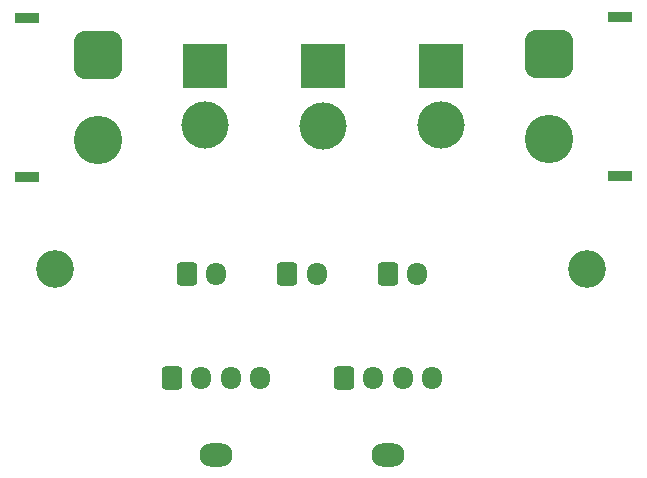
<source format=gbr>
%TF.GenerationSoftware,KiCad,Pcbnew,8.0.4*%
%TF.CreationDate,2024-07-22T18:27:50+09:00*%
%TF.ProjectId,RoboMaster branch circuit substrate-3,526f626f-4d61-4737-9465-72206272616e,rev?*%
%TF.SameCoordinates,Original*%
%TF.FileFunction,Soldermask,Bot*%
%TF.FilePolarity,Negative*%
%FSLAX46Y46*%
G04 Gerber Fmt 4.6, Leading zero omitted, Abs format (unit mm)*
G04 Created by KiCad (PCBNEW 8.0.4) date 2024-07-22 18:27:50*
%MOMM*%
%LPD*%
G01*
G04 APERTURE LIST*
G04 Aperture macros list*
%AMRoundRect*
0 Rectangle with rounded corners*
0 $1 Rounding radius*
0 $2 $3 $4 $5 $6 $7 $8 $9 X,Y pos of 4 corners*
0 Add a 4 corners polygon primitive as box body*
4,1,4,$2,$3,$4,$5,$6,$7,$8,$9,$2,$3,0*
0 Add four circle primitives for the rounded corners*
1,1,$1+$1,$2,$3*
1,1,$1+$1,$4,$5*
1,1,$1+$1,$6,$7*
1,1,$1+$1,$8,$9*
0 Add four rect primitives between the rounded corners*
20,1,$1+$1,$2,$3,$4,$5,0*
20,1,$1+$1,$4,$5,$6,$7,0*
20,1,$1+$1,$6,$7,$8,$9,0*
20,1,$1+$1,$8,$9,$2,$3,0*%
G04 Aperture macros list end*
%ADD10R,3.800000X3.800000*%
%ADD11C,4.000000*%
%ADD12RoundRect,0.250000X-0.600000X-0.725000X0.600000X-0.725000X0.600000X0.725000X-0.600000X0.725000X0*%
%ADD13O,1.700000X1.950000*%
%ADD14O,2.800000X2.000000*%
%ADD15R,2.000000X0.900000*%
%ADD16RoundRect,1.025000X1.025000X-1.025000X1.025000X1.025000X-1.025000X1.025000X-1.025000X-1.025000X0*%
%ADD17C,4.100000*%
%ADD18RoundRect,1.025000X-1.025000X1.025000X-1.025000X-1.025000X1.025000X-1.025000X1.025000X1.025000X0*%
%ADD19C,3.200000*%
G04 APERTURE END LIST*
D10*
%TO.C,J5*%
X168870000Y-96306666D03*
D11*
X168870000Y-101306666D03*
%TD*%
D12*
%TO.C,J8*%
X164380000Y-113890000D03*
D13*
X166880000Y-113890000D03*
%TD*%
D14*
%TO.C,J6*%
X164390000Y-129190000D03*
D12*
X160640000Y-122690000D03*
D13*
X163140000Y-122690000D03*
X165640000Y-122690000D03*
X168140000Y-122690000D03*
%TD*%
D12*
%TO.C,J10*%
X147340000Y-113890000D03*
D13*
X149840000Y-113890000D03*
%TD*%
D15*
%TO.C,J1*%
X133850000Y-105700000D03*
X133850000Y-92200000D03*
D16*
X139850000Y-95350000D03*
D17*
X139850000Y-102550000D03*
%TD*%
D14*
%TO.C,J7*%
X149830000Y-129190000D03*
D12*
X146080000Y-122690000D03*
D13*
X148580000Y-122690000D03*
X151080000Y-122690000D03*
X153580000Y-122690000D03*
%TD*%
D15*
%TO.C,J2*%
X184020000Y-92110000D03*
X184020000Y-105610000D03*
D18*
X178020000Y-95260000D03*
D17*
X178020000Y-102460000D03*
%TD*%
D10*
%TO.C,J3*%
X148900000Y-96300000D03*
D11*
X148900000Y-101300000D03*
%TD*%
D12*
%TO.C,J9*%
X155870000Y-113890000D03*
D13*
X158370000Y-113890000D03*
%TD*%
D10*
%TO.C,J4*%
X158885000Y-96313332D03*
D11*
X158885000Y-101313332D03*
%TD*%
D19*
%TO.C,H2*%
X181260000Y-113500000D03*
%TD*%
%TO.C,H1*%
X136200000Y-113500000D03*
%TD*%
M02*

</source>
